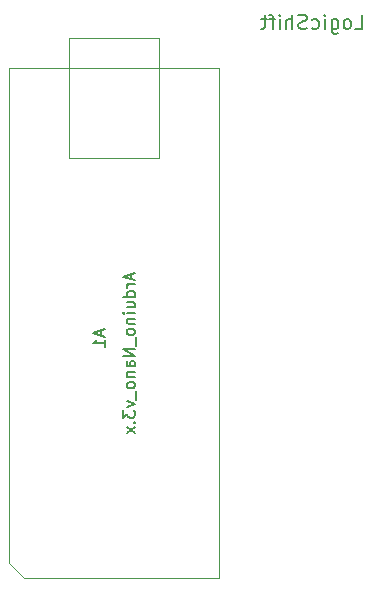
<source format=gbr>
G04 #@! TF.FileFunction,Other,Fab,Bot*
%FSLAX46Y46*%
G04 Gerber Fmt 4.6, Leading zero omitted, Abs format (unit mm)*
G04 Created by KiCad (PCBNEW 4.0.7) date 07/08/18 15:45:41*
%MOMM*%
%LPD*%
G01*
G04 APERTURE LIST*
%ADD10C,0.100000*%
%ADD11C,0.150000*%
G04 APERTURE END LIST*
D10*
X125810000Y-92250000D02*
X133430000Y-92250000D01*
X133430000Y-92250000D02*
X133430000Y-82090000D01*
X133430000Y-82090000D02*
X125810000Y-82090000D01*
X125810000Y-82090000D02*
X125810000Y-92250000D01*
X138510000Y-84630000D02*
X120730000Y-84630000D01*
X120730000Y-84630000D02*
X120730000Y-126540000D01*
X120730000Y-126540000D02*
X122000000Y-127810000D01*
X122000000Y-127810000D02*
X138510000Y-127810000D01*
X138510000Y-127810000D02*
X138510000Y-84630000D01*
D11*
X131056667Y-102021904D02*
X131056667Y-102498095D01*
X131342381Y-101926666D02*
X130342381Y-102259999D01*
X131342381Y-102593333D01*
X131342381Y-102926666D02*
X130675714Y-102926666D01*
X130866190Y-102926666D02*
X130770952Y-102974285D01*
X130723333Y-103021904D01*
X130675714Y-103117142D01*
X130675714Y-103212381D01*
X131342381Y-103974286D02*
X130342381Y-103974286D01*
X131294762Y-103974286D02*
X131342381Y-103879048D01*
X131342381Y-103688571D01*
X131294762Y-103593333D01*
X131247143Y-103545714D01*
X131151905Y-103498095D01*
X130866190Y-103498095D01*
X130770952Y-103545714D01*
X130723333Y-103593333D01*
X130675714Y-103688571D01*
X130675714Y-103879048D01*
X130723333Y-103974286D01*
X130675714Y-104879048D02*
X131342381Y-104879048D01*
X130675714Y-104450476D02*
X131199524Y-104450476D01*
X131294762Y-104498095D01*
X131342381Y-104593333D01*
X131342381Y-104736191D01*
X131294762Y-104831429D01*
X131247143Y-104879048D01*
X131342381Y-105355238D02*
X130675714Y-105355238D01*
X130342381Y-105355238D02*
X130390000Y-105307619D01*
X130437619Y-105355238D01*
X130390000Y-105402857D01*
X130342381Y-105355238D01*
X130437619Y-105355238D01*
X130675714Y-105831428D02*
X131342381Y-105831428D01*
X130770952Y-105831428D02*
X130723333Y-105879047D01*
X130675714Y-105974285D01*
X130675714Y-106117143D01*
X130723333Y-106212381D01*
X130818571Y-106260000D01*
X131342381Y-106260000D01*
X131342381Y-106879047D02*
X131294762Y-106783809D01*
X131247143Y-106736190D01*
X131151905Y-106688571D01*
X130866190Y-106688571D01*
X130770952Y-106736190D01*
X130723333Y-106783809D01*
X130675714Y-106879047D01*
X130675714Y-107021905D01*
X130723333Y-107117143D01*
X130770952Y-107164762D01*
X130866190Y-107212381D01*
X131151905Y-107212381D01*
X131247143Y-107164762D01*
X131294762Y-107117143D01*
X131342381Y-107021905D01*
X131342381Y-106879047D01*
X131437619Y-107402857D02*
X131437619Y-108164762D01*
X131342381Y-108402857D02*
X130342381Y-108402857D01*
X131342381Y-108974286D01*
X130342381Y-108974286D01*
X131342381Y-109879048D02*
X130818571Y-109879048D01*
X130723333Y-109831429D01*
X130675714Y-109736191D01*
X130675714Y-109545714D01*
X130723333Y-109450476D01*
X131294762Y-109879048D02*
X131342381Y-109783810D01*
X131342381Y-109545714D01*
X131294762Y-109450476D01*
X131199524Y-109402857D01*
X131104286Y-109402857D01*
X131009048Y-109450476D01*
X130961429Y-109545714D01*
X130961429Y-109783810D01*
X130913810Y-109879048D01*
X130675714Y-110355238D02*
X131342381Y-110355238D01*
X130770952Y-110355238D02*
X130723333Y-110402857D01*
X130675714Y-110498095D01*
X130675714Y-110640953D01*
X130723333Y-110736191D01*
X130818571Y-110783810D01*
X131342381Y-110783810D01*
X131342381Y-111402857D02*
X131294762Y-111307619D01*
X131247143Y-111260000D01*
X131151905Y-111212381D01*
X130866190Y-111212381D01*
X130770952Y-111260000D01*
X130723333Y-111307619D01*
X130675714Y-111402857D01*
X130675714Y-111545715D01*
X130723333Y-111640953D01*
X130770952Y-111688572D01*
X130866190Y-111736191D01*
X131151905Y-111736191D01*
X131247143Y-111688572D01*
X131294762Y-111640953D01*
X131342381Y-111545715D01*
X131342381Y-111402857D01*
X131437619Y-111926667D02*
X131437619Y-112688572D01*
X130675714Y-112831429D02*
X131342381Y-113069524D01*
X130675714Y-113307620D01*
X130342381Y-113593334D02*
X130342381Y-114212382D01*
X130723333Y-113879048D01*
X130723333Y-114021906D01*
X130770952Y-114117144D01*
X130818571Y-114164763D01*
X130913810Y-114212382D01*
X131151905Y-114212382D01*
X131247143Y-114164763D01*
X131294762Y-114117144D01*
X131342381Y-114021906D01*
X131342381Y-113736191D01*
X131294762Y-113640953D01*
X131247143Y-113593334D01*
X131247143Y-114640953D02*
X131294762Y-114688572D01*
X131342381Y-114640953D01*
X131294762Y-114593334D01*
X131247143Y-114640953D01*
X131342381Y-114640953D01*
X131342381Y-115021905D02*
X130675714Y-115545715D01*
X130675714Y-115021905D02*
X131342381Y-115545715D01*
X128516667Y-106775714D02*
X128516667Y-107251905D01*
X128802381Y-106680476D02*
X127802381Y-107013809D01*
X128802381Y-107347143D01*
X128802381Y-108204286D02*
X128802381Y-107632857D01*
X128802381Y-107918571D02*
X127802381Y-107918571D01*
X127945238Y-107823333D01*
X128040476Y-107728095D01*
X128088095Y-107632857D01*
X149999999Y-81292857D02*
X150571428Y-81292857D01*
X150571428Y-80092857D01*
X149428570Y-81292857D02*
X149542856Y-81235714D01*
X149599999Y-81178571D01*
X149657142Y-81064286D01*
X149657142Y-80721429D01*
X149599999Y-80607143D01*
X149542856Y-80550000D01*
X149428570Y-80492857D01*
X149257142Y-80492857D01*
X149142856Y-80550000D01*
X149085713Y-80607143D01*
X149028570Y-80721429D01*
X149028570Y-81064286D01*
X149085713Y-81178571D01*
X149142856Y-81235714D01*
X149257142Y-81292857D01*
X149428570Y-81292857D01*
X147999999Y-80492857D02*
X147999999Y-81464286D01*
X148057142Y-81578571D01*
X148114285Y-81635714D01*
X148228570Y-81692857D01*
X148399999Y-81692857D01*
X148514285Y-81635714D01*
X147999999Y-81235714D02*
X148114285Y-81292857D01*
X148342856Y-81292857D01*
X148457142Y-81235714D01*
X148514285Y-81178571D01*
X148571428Y-81064286D01*
X148571428Y-80721429D01*
X148514285Y-80607143D01*
X148457142Y-80550000D01*
X148342856Y-80492857D01*
X148114285Y-80492857D01*
X147999999Y-80550000D01*
X147428571Y-81292857D02*
X147428571Y-80492857D01*
X147428571Y-80092857D02*
X147485714Y-80150000D01*
X147428571Y-80207143D01*
X147371428Y-80150000D01*
X147428571Y-80092857D01*
X147428571Y-80207143D01*
X146342856Y-81235714D02*
X146457142Y-81292857D01*
X146685713Y-81292857D01*
X146799999Y-81235714D01*
X146857142Y-81178571D01*
X146914285Y-81064286D01*
X146914285Y-80721429D01*
X146857142Y-80607143D01*
X146799999Y-80550000D01*
X146685713Y-80492857D01*
X146457142Y-80492857D01*
X146342856Y-80550000D01*
X145885714Y-81235714D02*
X145714285Y-81292857D01*
X145428571Y-81292857D01*
X145314285Y-81235714D01*
X145257142Y-81178571D01*
X145199999Y-81064286D01*
X145199999Y-80950000D01*
X145257142Y-80835714D01*
X145314285Y-80778571D01*
X145428571Y-80721429D01*
X145657142Y-80664286D01*
X145771428Y-80607143D01*
X145828571Y-80550000D01*
X145885714Y-80435714D01*
X145885714Y-80321429D01*
X145828571Y-80207143D01*
X145771428Y-80150000D01*
X145657142Y-80092857D01*
X145371428Y-80092857D01*
X145199999Y-80150000D01*
X144685714Y-81292857D02*
X144685714Y-80092857D01*
X144171428Y-81292857D02*
X144171428Y-80664286D01*
X144228571Y-80550000D01*
X144342857Y-80492857D01*
X144514285Y-80492857D01*
X144628571Y-80550000D01*
X144685714Y-80607143D01*
X143600000Y-81292857D02*
X143600000Y-80492857D01*
X143600000Y-80092857D02*
X143657143Y-80150000D01*
X143600000Y-80207143D01*
X143542857Y-80150000D01*
X143600000Y-80092857D01*
X143600000Y-80207143D01*
X143199999Y-80492857D02*
X142742856Y-80492857D01*
X143028571Y-81292857D02*
X143028571Y-80264286D01*
X142971428Y-80150000D01*
X142857142Y-80092857D01*
X142742856Y-80092857D01*
X142514285Y-80492857D02*
X142057142Y-80492857D01*
X142342857Y-80092857D02*
X142342857Y-81121429D01*
X142285714Y-81235714D01*
X142171428Y-81292857D01*
X142057142Y-81292857D01*
M02*

</source>
